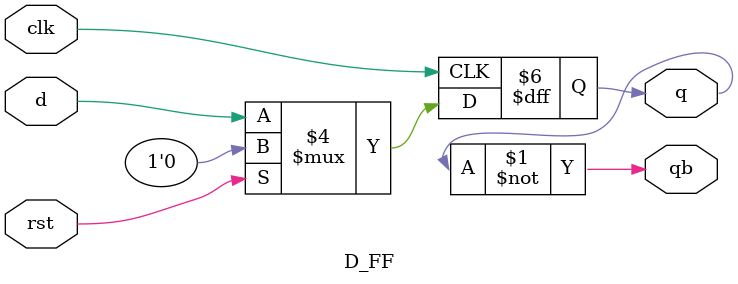
<source format=v>
`timescale 1ns / 1ps

module D_FF(clk,rst,d,q,qb);
input clk,d,rst; 
output q,qb; 
reg q; 
assign qb=~q; 
always@(posedge(clk)) 
begin 
if(rst) 
q=1'b0; 
else q<=d; 
end 
endmodule

</source>
